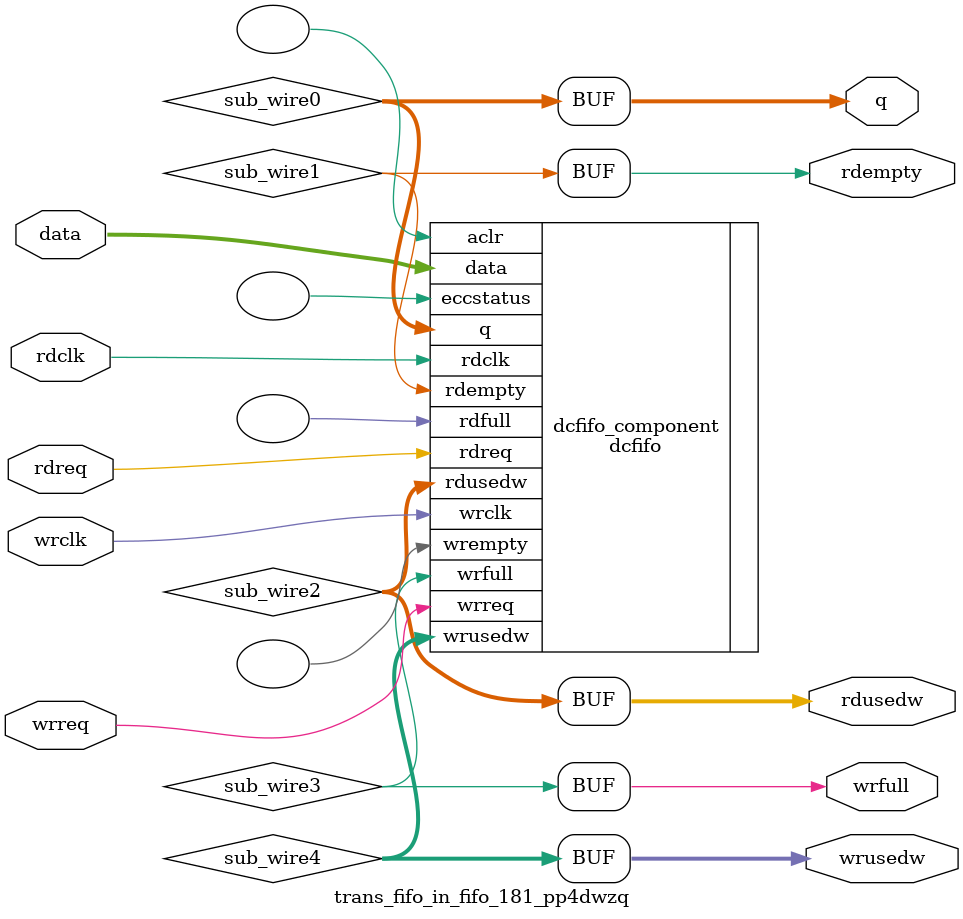
<source format=v>



`timescale 1 ps / 1 ps
// synopsys translate_on
module  trans_fifo_in_fifo_181_pp4dwzq  (
    data,
    rdclk,
    rdreq,
    wrclk,
    wrreq,
    q,
    rdempty,
    rdusedw,
    wrfull,
    wrusedw);

    input  [71:0]  data;
    input    rdclk;
    input    rdreq;
    input    wrclk;
    input    wrreq;
    output [71:0]  q;
    output   rdempty;
    output [9:0]  rdusedw;
    output   wrfull;
    output [9:0]  wrusedw;

    wire [71:0] sub_wire0;
    wire  sub_wire1;
    wire [9:0] sub_wire2;
    wire  sub_wire3;
    wire [9:0] sub_wire4;
    wire [71:0] q = sub_wire0[71:0];
    wire  rdempty = sub_wire1;
    wire [9:0] rdusedw = sub_wire2[9:0];
    wire  wrfull = sub_wire3;
    wire [9:0] wrusedw = sub_wire4[9:0];

    dcfifo  dcfifo_component (
                .data (data),
                .rdclk (rdclk),
                .rdreq (rdreq),
                .wrclk (wrclk),
                .wrreq (wrreq),
                .q (sub_wire0),
                .rdempty (sub_wire1),
                .rdusedw (sub_wire2),
                .wrfull (sub_wire3),
                .wrusedw (sub_wire4),
                .aclr (),
                .eccstatus (),
                .rdfull (),
                .wrempty ());
    defparam
        dcfifo_component.add_usedw_msb_bit  = "ON",
        dcfifo_component.enable_ecc  = "FALSE",
        dcfifo_component.intended_device_family  = "Arria 10",
        dcfifo_component.lpm_hint  = "DISABLE_DCFIFO_EMBEDDED_TIMING_CONSTRAINT=TRUE",
        dcfifo_component.lpm_numwords  = 512,
        dcfifo_component.lpm_showahead  = "OFF",
        dcfifo_component.lpm_type  = "dcfifo",
        dcfifo_component.lpm_width  = 72,
        dcfifo_component.lpm_widthu  = 10,
        dcfifo_component.overflow_checking  = "ON",
        dcfifo_component.rdsync_delaypipe  = 5,
        dcfifo_component.underflow_checking  = "ON",
        dcfifo_component.use_eab  = "ON",
        dcfifo_component.wrsync_delaypipe  = 5;


endmodule



</source>
